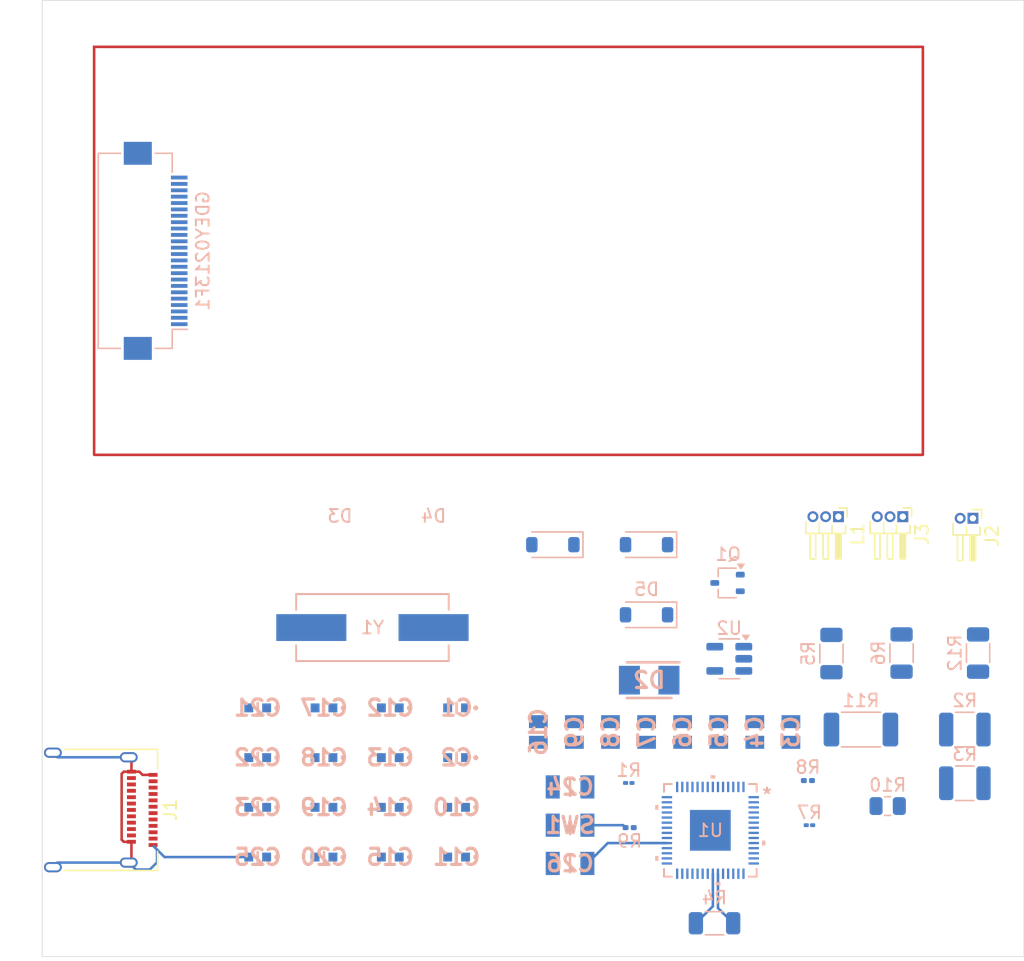
<source format=kicad_pcb>
(kicad_pcb (version 20240108) (generator "pcbnew") (generator_version "8.0")
  (layers (0 "F.Cu" signal) (31 "B.Cu" signal) (34 "B.Paste" user) (35 "F.Paste" user) (36 "B.SilkS" user "B.Silkscreen") (37 "F.SilkS" user "F.Silkscreen") (38 "B.Mask" user) (39 "F.Mask" user) (44 "Edge.Cuts" user))
  (net 0 "")
  (net 1 "GND")
  (net 2 "1.1V")
  (net 3 "3.3V")
  (net 4 "XIN")
  (net 5 "XOUT")
  (net 6 "VSYS")
  (net 7 "Net-(GDEY0213F1-VSPL)")
  (net 8 "Net-(GDEY0213F1-VDD_15V)")
  (net 9 "Net-(GDEY0213F1-VSP)")
  (net 10 "Net-(GDEY0213F1-VSN)")
  (net 11 "/PREVGL")
  (net 12 "Net-(GDEY0213F1-VCOM)")
  (net 13 "Net-(GDEY0213F1-VDD)")
  (net 14 "Net-(D3-K)")
  (net 15 "Net-(D5-A)")
  (net 16 "PREVGH")
  (net 17 "Net-(D2-A)")
  (net 18 "SDA")
  (net 19 "CS")
  (net 20 "SCL")
  (net 21 "RESE")
  (net 22 "RES")
  (net 25 "DC")
  (net 26 "GDR")
  (net 29 "BUSY")
  (net 31 "VBUS")
  (net 32 "Net-(J1-CC1)")
  (net 34 "USB_N")
  (net 35 "USB_P")
  (net 36 "Net-(J1-CC2)")
  (net 38 "RUN")
  (net 39 "SWCLK")
  (net 40 "SWDIO")
  (net 41 "Net-(U1-RUN)")
  (net 42 "Net-(U1-USB_DP)")
  (net 43 "Net-(U1-USB_DM)")
  (net 44 "Net-(U2-EN)")
  (net 45 "GPIO25")
  (net 46 "USB_BOOT")
  (net 47 "QSPI_CS")
  (net 52 "TARGET_TX")
  (net 54 "QSPI_SCK")
  (net 62 "TARGET_SWCLK")
  (net 63 "QSPI_SD1")
  (net 67 "QSPI_SD0")
  (net 75 "TARGET_SWDIO")
  (net 77 "TARGET_RX")
  (net 79 "QSPI_SD3")
  (net 81 "QSPI_SD2")
  (footprint "Connector_PinHeader_1.00mm:PinHeader_1x03_P1.00mm_Horizontal" (layer "F.Cu") (at 177.2164 109.613601 -90)
    (property "Reference" "L1" (at 1.375 -1.5 90) (layer "F.SilkS"))
    (property "Value" "47uH 500mA")
    (pad "1" thru_hole rect (at 0 0 270) (size 0.85 0.85) (drill 0.5) (layers "*.Cu" "*.Mask") (net 3 "3.3V"))
    (pad "2" thru_hole oval (at 0 1 270) (size 0.85 0.85) (drill 0.5) (layers "*.Cu" "*.Mask") (net 15 "Net-(D5-A)"))
    (pad "3" thru_hole oval (at 0 2 270) (size 0.85 0.85) (drill 0.5) (layers "*.Cu" "*.Mask"))
  )
  (footprint "Connector_USB:USB_C_Receptacle_Amphenol_12401610E4-2A" (layer "F.Cu") (at 118.4464 132.613601 -90)
    (property "Reference" "J1" (at 0 -6.36 90) (layer "F.SilkS"))
    (property "Value" "USB_C_Receptacle_USB2.0_16P")
    (pad "" np_thru_hole circle (at -3.6 -4.36 270) (size 0.65 0.65) (drill 0.65) (layers "*.Cu" "*.Mask"))
    (pad "" np_thru_hole oval (at 3.6 -4.36 270) (size 0.95 0.65) (drill oval 0.95 0.65) (layers "*.Cu" "*.Mask"))
    (pad "A1" smd rect (at -2.75 -5.02 270) (size 0.3 0.7) (layers "F.Cu" "F.Paste" "F.Mask") (net 1 "GND"))
    (pad "A2" smd rect (at -2.25 -5.02 270) (size 0.3 0.7) (layers "F.Cu" "F.Paste" "F.Mask"))
    (pad "A3" smd rect (at -1.75 -5.02 270) (size 0.3 0.7) (layers "F.Cu" "F.Paste" "F.Mask"))
    (pad "A4" smd rect (at -1.25 -5.02 270) (size 0.3 0.7) (layers "F.Cu" "F.Paste" "F.Mask") (net 31 "VBUS"))
    (pad "A5" smd rect (at -0.75 -5.02 270) (size 0.3 0.7) (layers "F.Cu" "F.Paste" "F.Mask") (net 32 "Net-(J1-CC1)"))
    (pad "A6" smd rect (at -0.25 -5.02 270) (size 0.3 0.7) (layers "F.Cu" "F.Paste" "F.Mask") (net 35 "USB_P"))
    (pad "A7" smd rect (at 0.25 -5.02 270) (size 0.3 0.7) (layers "F.Cu" "F.Paste" "F.Mask") (net 34 "USB_N"))
    (pad "A8" smd rect (at 0.75 -5.02 270) (size 0.3 0.7) (layers "F.Cu" "F.Paste" "F.Mask"))
    (pad "A9" smd rect (at 1.25 -5.02 270) (size 0.3 0.7) (layers "F.Cu" "F.Paste" "F.Mask") (net 31 "VBUS"))
    (pad "A10" smd rect (at 1.75 -5.02 270) (size 0.3 0.7) (layers "F.Cu" "F.Paste" "F.Mask"))
    (pad "A11" smd rect (at 2.25 -5.02 270) (size 0.3 0.7) (layers "F.Cu" "F.Paste" "F.Mask"))
    (pad "A12" smd rect (at 2.75 -5.02 270) (size 0.3 0.7) (layers "F.Cu" "F.Paste" "F.Mask") (net 1 "GND"))
    (pad "B1" smd rect (at 2.5 -3.32 270) (size 0.3 0.7) (layers "F.Cu" "F.Paste" "F.Mask") (net 1 "GND"))
    (pad "B2" smd rect (at 2 -3.32 270) (size 0.3 0.7) (layers "F.Cu" "F.Paste" "F.Mask"))
    (pad "B3" smd rect (at 1.5 -3.32 270) (size 0.3 0.7) (layers "F.Cu" "F.Paste" "F.Mask"))
    (pad "B4" smd rect (at 1 -3.32 270) (size 0.3 0.7) (layers "F.Cu" "F.Paste" "F.Mask") (net 31 "VBUS"))
    (pad "B5" smd rect (at 0.5 -3.32 270) (size 0.3 0.7) (layers "F.Cu" "F.Paste" "F.Mask") (net 36 "Net-(J1-CC2)"))
    (pad "B6" smd rect (at 0 -3.32 270) (size 0.3 0.7) (layers "F.Cu" "F.Paste" "F.Mask") (net 35 "USB_P"))
    (pad "B7" smd rect (at -0.5 -3.32 270) (size 0.3 0.7) (layers "F.Cu" "F.Paste" "F.Mask") (net 34 "USB_N"))
    (pad "B8" smd rect (at -1 -3.32 270) (size 0.3 0.7) (layers "F.Cu" "F.Paste" "F.Mask"))
    (pad "B9" smd rect (at -1.5 -3.32 270) (size 0.3 0.7) (layers "F.Cu" "F.Paste" "F.Mask") (net 31 "VBUS"))
    (pad "B10" smd rect (at -2 -3.32 270) (size 0.3 0.7) (layers "F.Cu" "F.Paste" "F.Mask"))
    (pad "B11" smd rect (at -2.5 -3.32 270) (size 0.3 0.7) (layers "F.Cu" "F.Paste" "F.Mask"))
    (pad "B12" smd rect (at -3 -3.32 270) (size 0.3 0.7) (layers "F.Cu" "F.Paste" "F.Mask") (net 1 "GND"))
    (pad "S1" thru_hole oval (at -4.49 2.84 270) (size 0.8 1.4) (drill oval 0.5 1.1) (layers "*.Cu" "*.Mask") (net 1 "GND"))
    (pad "S1" thru_hole oval (at -4.13 -3.11 270) (size 0.8 1.4) (drill oval 0.5 1.1) (layers "*.Cu" "*.Mask") (net 1 "GND"))
    (pad "S1" thru_hole oval (at 4.13 -3.11 270) (size 0.8 1.4) (drill oval 0.5 1.1) (layers "*.Cu" "*.Mask") (net 1 "GND"))
    (pad "S1" thru_hole oval (at 4.49 2.84 270) (size 0.8 1.4) (drill oval 0.5 1.1) (layers "*.Cu" "*.Mask") (net 1 "GND"))
  )
  (footprint "Connector_PinHeader_1.00mm:PinHeader_1x03_P1.00mm_Horizontal" (layer "F.Cu") (at 182.2664 109.613601 -90)
    (property "Reference" "J3" (at 1.375 -1.5 90) (layer "F.SilkS"))
    (property "Value" "Conn_01x03")
    (pad "1" thru_hole rect (at 0 0 270) (size 0.85 0.85) (drill 0.5) (layers "*.Cu" "*.Mask") (net 39 "SWCLK"))
    (pad "2" thru_hole oval (at 0 1 270) (size 0.85 0.85) (drill 0.5) (layers "*.Cu" "*.Mask") (net 1 "GND"))
    (pad "3" thru_hole oval (at 0 2 270) (size 0.85 0.85) (drill 0.5) (layers "*.Cu" "*.Mask") (net 40 "SWDIO"))
  )
  (footprint "Connector_PinHeader_1.00mm:PinHeader_1x02_P1.00mm_Horizontal" (layer "F.Cu") (at 187.7664 109.738601 -90)
    (property "Reference" "J2" (at 1.375 -1.5 90) (layer "F.SilkS"))
    (property "Value" "Conn_01x02")
    (pad "1" thru_hole rect (at 0 0 270) (size 0.85 0.85) (drill 0.5) (layers "*.Cu" "*.Mask") (net 38 "RUN"))
    (pad "2" thru_hole oval (at 0 1 270) (size 0.85 0.85) (drill 0.5) (layers "*.Cu" "*.Mask") (net 1 "GND"))
  )
  (footprint "Resistor_SMD:R_1206_3216Metric" (layer "B.Cu") (at 167.5 141.5 180)
    (property "Reference" "R4" (at 0 2 -0) (layer "B.SilkS") (effects (justify mirror)))
    (property "Value" "DNP")
    (pad "1" smd roundrect (at -1.4625 0 180) (size 1.125 1.75) (layers "B.Cu" "B.Paste" "B.Mask") (roundrect_rratio 0.222222) (net 4 "XIN"))
    (pad "2" smd roundrect (at 1.4625 0 180) (size 1.125 1.75) (layers "B.Cu" "B.Paste" "B.Mask") (roundrect_rratio 0.222222) (net 5 "XOUT"))
  )
  (footprint "MAJCT168BB7105KTEA01:MAJx16" (layer "B.Cu") (at 142.07 136.31 180)
    (property "Reference" "C15" (at 0 0 0) (layer "B.SilkS") (effects (font (size 1.27 1.27) (thickness 0.254)) (justify mirror)))
    (property "Value" "1uF" (hide yes))
    (pad "1" smd rect (at -0.7 0 180) (size 0.7 0.7) (layers "B.Cu" "B.Paste" "B.Mask") (net 3 "3.3V"))
    (pad "2" smd rect (at 0.7 0 180) (size 0.7 0.7) (layers "B.Cu" "B.Paste" "B.Mask") (net 1 "GND"))
  )
  (footprint "footprint:CAPC2012X94N" (layer "B.Cu") (at 167.83 126.5 90)
    (property "Reference" "C5" (at 0 0 90) (layer "B.SilkS") (effects (font (size 1.27 1.27) (thickness 0.254)) (justify mirror)))
    (property "Value" "0.1uF" (hide yes))
    (pad "1" smd rect (at -0.81 0 90) (size 1.02 1.47) (layers "B.Cu" "B.Paste" "B.Mask") (net 3 "3.3V"))
    (pad "2" smd rect (at 0.81 0 90) (size 1.02 1.47) (layers "B.Cu" "B.Paste" "B.Mask") (net 1 "GND"))
  )
  (footprint "MAJCT168BB7105KTEA01:MAJx16" (layer "B.Cu") (at 147.27 136.31 180)
    (property "Reference" "C11" (at 0 0 0) (layer "B.SilkS") (effects (font (size 1.27 1.27) (thickness 0.254)) (justify mirror)))
    (property "Value" "1uF" (hide yes))
    (pad "1" smd rect (at -0.7 0 180) (size 0.7 0.7) (layers "B.Cu" "B.Paste" "B.Mask") (net 2 "1.1V"))
    (pad "2" smd rect (at 0.7 0 180) (size 0.7 0.7) (layers "B.Cu" "B.Paste" "B.Mask") (net 1 "GND"))
  )
  (footprint "Connector_FFC-FPC:Hirose_FH12-24S-0.5SH_1x24-1MP_P0.50mm_Horizontal" (layer "B.Cu") (at 123.6664 88.763601 90)
    (property "Reference" "GDEY0213F1" (at 0 3.7 90) (layer "B.SilkS") (effects (justify mirror)))
    (property "Value" "~")
    (pad "1" smd rect (at -5.75 1.85 90) (size 0.3 1.3) (layers "B.Cu" "B.Paste" "B.Mask"))
    (pad "2" smd rect (at -5.25 1.85 90) (size 0.3 1.3) (layers "B.Cu" "B.Paste" "B.Mask") (net 26 "GDR"))
    (pad "3" smd rect (at -4.75 1.85 90) (size 0.3 1.3) (layers "B.Cu" "B.Paste" "B.Mask") (net 21 "RESE"))
    (pad "4" smd rect (at -4.25 1.85 90) (size 0.3 1.3) (layers "B.Cu" "B.Paste" "B.Mask"))
    (pad "5" smd rect (at -3.75 1.85 90) (size 0.3 1.3) (layers "B.Cu" "B.Paste" "B.Mask") (net 7 "Net-(GDEY0213F1-VSPL)"))
    (pad "6" smd rect (at -3.25 1.85 90) (size 0.3 1.3) (layers "B.Cu" "B.Paste" "B.Mask"))
    (pad "7" smd rect (at -2.75 1.85 90) (size 0.3 1.3) (layers "B.Cu" "B.Paste" "B.Mask"))
    (pad "8" smd rect (at -2.25 1.85 90) (size 0.3 1.3) (layers "B.Cu" "B.Paste" "B.Mask") (net 1 "GND"))
    (pad "9" smd rect (at -1.75 1.85 90) (size 0.3 1.3) (layers "B.Cu" "B.Paste" "B.Mask") (net 29 "BUSY"))
    (pad "10" smd rect (at -1.25 1.85 90) (size 0.3 1.3) (layers "B.Cu" "B.Paste" "B.Mask") (net 22 "RES"))
    (pad "11" smd rect (at -0.75 1.85 90) (size 0.3 1.3) (layers "B.Cu" "B.Paste" "B.Mask") (net 25 "DC"))
    (pad "12" smd rect (at -0.25 1.85 90) (size 0.3 1.3) (layers "B.Cu" "B.Paste" "B.Mask") (net 19 "CS"))
    (pad "13" smd rect (at 0.25 1.85 90) (size 0.3 1.3) (layers "B.Cu" "B.Paste" "B.Mask") (net 20 "SCL"))
    (pad "14" smd rect (at 0.75 1.85 90) (size 0.3 1.3) (layers "B.Cu" "B.Paste" "B.Mask") (net 18 "SDA"))
    (pad "15" smd rect (at 1.25 1.85 90) (size 0.3 1.3) (layers "B.Cu" "B.Paste" "B.Mask") (net 13 "Net-(GDEY0213F1-VDD)"))
    (pad "16" smd rect (at 1.75 1.85 90) (size 0.3 1.3) (layers "B.Cu" "B.Paste" "B.Mask") (net 13 "Net-(GDEY0213F1-VDD)"))
    (pad "17" smd rect (at 2.25 1.85 90) (size 0.3 1.3) (layers "B.Cu" "B.Paste" "B.Mask") (net 1 "GND"))
    (pad "18" smd rect (at 2.75 1.85 90) (size 0.3 1.3) (layers "B.Cu" "B.Paste" "B.Mask") (net 8 "Net-(GDEY0213F1-VDD_15V)"))
    (pad "19" smd rect (at 3.25 1.85 90) (size 0.3 1.3) (layers "B.Cu" "B.Paste" "B.Mask"))
    (pad "20" smd rect (at 3.75 1.85 90) (size 0.3 1.3) (layers "B.Cu" "B.Paste" "B.Mask") (net 9 "Net-(GDEY0213F1-VSP)"))
    (pad "21" smd rect (at 4.25 1.85 90) (size 0.3 1.3) (layers "B.Cu" "B.Paste" "B.Mask") (net 16 "PREVGH"))
    (pad "22" smd rect (at 4.75 1.85 90) (size 0.3 1.3) (layers "B.Cu" "B.Paste" "B.Mask") (net 10 "Net-(GDEY0213F1-VSN)"))
    (pad "23" smd rect (at 5.25 1.85 90) (size 0.3 1.3) (layers "B.Cu" "B.Paste" "B.Mask") (net 11 "/PREVGL"))
    (pad "24" smd rect (at 5.75 1.85 90) (size 0.3 1.3) (layers "B.Cu" "B.Paste" "B.Mask") (net 12 "Net-(GDEY0213F1-VCOM)"))
    (pad "MP" smd rect (at -7.65 -1.4 90) (size 1.8 2.2) (layers "B.Cu" "B.Paste" "B.Mask"))
    (pad "MP" smd rect (at 7.65 -1.4 90) (size 1.8 2.2) (layers "B.Cu" "B.Paste" "B.Mask"))
  )
  (footprint "Resistor_SMD:R_0201_0603Metric" (layer "B.Cu") (at 160.845 134)
    (property "Reference" "R9" (at 0 1.05 360) (layer "B.SilkS") (effects (justify mirror)))
    (property "Value" "1k")
    (pad "1" smd roundrect (at -0.32 0) (size 0.46 0.4) (layers "B.Cu" "B.Mask") (net 46 "USB_BOOT"))
    (pad "2" smd roundrect (at 0.32 0) (size 0.46 0.4) (layers "B.Cu" "B.Mask") (net 47 "QSPI_CS"))
  )
  (footprint "MAJCT168BB7105KTEA01:MAJx16" (layer "B.Cu") (at 136.87 124.61 180)
    (property "Reference" "C17" (at 0 0 0) (layer "B.SilkS") (effects (font (size 1.27 1.27) (thickness 0.254)) (justify mirror)))
    (property "Value" "1uF" (hide yes))
    (pad "1" smd rect (at -0.7 0 180) (size 0.7 0.7) (layers "B.Cu" "B.Paste" "B.Mask") (net 1 "GND"))
    (pad "2" smd rect (at 0.7 0 180) (size 0.7 0.7) (layers "B.Cu" "B.Paste" "B.Mask") (net 7 "Net-(GDEY0213F1-VSPL)"))
  )
  (footprint "footprint:CAPC2012X94N" (layer "B.Cu") (at 159.34 126.5 90)
    (property "Reference" "C8" (at 0 0 90) (layer "B.SilkS") (effects (font (size 1.27 1.27) (thickness 0.254)) (justify mirror)))
    (property "Value" "0.1uF" (hide yes))
    (pad "1" smd rect (at -0.81 0 90) (size 1.02 1.47) (layers "B.Cu" "B.Paste" "B.Mask") (net 3 "3.3V"))
    (pad "2" smd rect (at 0.81 0 90) (size 1.02 1.47) (layers "B.Cu" "B.Paste" "B.Mask") (net 1 "GND"))
  )
  (footprint "MAJCT168BB7105KTEA01:MAJx16" (layer "B.Cu") (at 147.27 132.41 180)
    (property "Reference" "C10" (at 0 0 0) (layer "B.SilkS") (effects (font (size 1.27 1.27) (thickness 0.254)) (justify mirror)))
    (property "Value" "1uF" (hide yes))
    (pad "1" smd rect (at -0.7 0 180) (size 0.7 0.7) (layers "B.Cu" "B.Paste" "B.Mask") (net 2 "1.1V"))
    (pad "2" smd rect (at 0.7 0 180) (size 0.7 0.7) (layers "B.Cu" "B.Paste" "B.Mask") (net 1 "GND"))
  )
  (footprint "GMK316AB7475KLHT:CAPC3216X180N" (layer "B.Cu") (at 156.17 133.81 180)
    (property "Reference" "SW1" (at 0 0 0) (layer "B.SilkS") (effects (font (size 1.27 1.27) (thickness 0.254)) (justify mirror)))
    (property "Value" "SW_Push" (hide yes))
    (pad "1" smd rect (at -1.36 0 180) (size 1.1 1.82) (layers "B.Cu" "B.Paste" "B.Mask") (net 46 "USB_BOOT"))
    (pad "2" smd rect (at 1.36 0 180) (size 1.1 1.82) (layers "B.Cu" "B.Paste" "B.Mask") (net 1 "GND"))
  )
  (footprint "MAJCT168BB7105KTEA01:MAJx16" (layer "B.Cu") (at 147.27 124.61 180)
    (property "Reference" "C1" (at 0 0 0) (layer "B.SilkS") (effects (font (size 1.27 1.27) (thickness 0.254)) (justify mirror)))
    (property "Value" "1uF" (hide yes))
    (pad "1" smd rect (at -0.7 0 180) (size 0.7 0.7) (layers "B.Cu" "B.Paste" "B.Mask") (net 2 "1.1V"))
    (pad "2" smd rect (at 0.7 0 180) (size 0.7 0.7) (layers "B.Cu" "B.Paste" "B.Mask") (net 1 "GND"))
  )
  (footprint "footprint:CAPC2012X94N" (layer "B.Cu") (at 156.51 126.5 90)
    (property "Reference" "C9" (at 0 0 90) (layer "B.SilkS") (effects (font (size 1.27 1.27) (thickness 0.254)) (justify mirror)))
    (property "Value" "0.1uF" (hide yes))
    (pad "1" smd rect (at -0.81 0 90) (size 1.02 1.47) (layers "B.Cu" "B.Paste" "B.Mask") (net 3 "3.3V"))
    (pad "2" smd rect (at 0.81 0 90) (size 1.02 1.47) (layers "B.Cu" "B.Paste" "B.Mask") (net 1 "GND"))
  )
  (footprint "MAJCT168BB7105KTEA01:MAJx16" (layer "B.Cu") (at 131.67 132.41 180)
    (property "Reference" "C23" (at 0 0 0) (layer "B.SilkS") (effects (font (size 1.27 1.27) (thickness 0.254)) (justify mirror)))
    (property "Value" "1uF" (hide yes))
    (pad "1" smd rect (at -0.7 0 180) (size 0.7 0.7) (layers "B.Cu" "B.Paste" "B.Mask") (net 1 "GND"))
    (pad "2" smd rect (at 0.7 0 180) (size 0.7 0.7) (layers "B.Cu" "B.Paste" "B.Mask") (net 13 "Net-(GDEY0213F1-VDD)"))
  )
  (footprint "footprint:CAPC2012X94N" (layer "B.Cu") (at 153.68 126.5 90)
    (property "Reference" "C16" (at 0 0 90) (layer "B.SilkS") (effects (font (size 1.27 1.27) (thickness 0.254)) (justify mirror)))
    (property "Value" "0.1uF" (hide yes))
    (pad "1" smd rect (at -0.81 0 90) (size 1.02 1.47) (layers "B.Cu" "B.Paste" "B.Mask") (net 3 "3.3V"))
    (pad "2" smd rect (at 0.81 0 90) (size 1.02 1.47) (layers "B.Cu" "B.Paste" "B.Mask") (net 1 "GND"))
  )
  (footprint "Package_TO_SOT_SMD:SOT-323_SC-70" (layer "B.Cu") (at 168.52 114.81 180)
    (property "Reference" "Q1" (at -0.05 2.25 0) (layer "B.SilkS") (effects (justify mirror)))
    (property "Value" "Si1308EDL")
    (pad "1" smd roundrect (at -1 0.65 270) (size 0.45 0.7) (layers "B.Cu" "B.Paste" "B.Mask") (net 26 "GDR"))
    (pad "2" smd roundrect (at -1 -0.65 270) (size 0.45 0.7) (layers "B.Cu" "B.Paste" "B.Mask") (net 21 "RESE"))
    (pad "3" smd roundrect (at 1 0 270) (size 0.45 0.7) (layers "B.Cu" "B.Paste" "B.Mask") (net 15 "Net-(D5-A)"))
  )
  (footprint "Resistor_SMD:R_1210_3225Metric" (layer "B.Cu") (at 187.1325 130.52 180)
    (property "Reference" "R3" (at 0 2.28 0) (layer "B.SilkS") (effects (justify mirror)))
    (property "Value" "27")
    (pad "1" smd roundrect (at -1.4625 0 180) (size 1.125 2.65) (layers "B.Cu" "B.Paste" "B.Mask") (roundrect_rratio 0.222222) (net 34 "USB_N"))
    (pad "2" smd roundrect (at 1.4625 0 180) (size 1.125 2.65) (layers "B.Cu" "B.Paste" "B.Mask") (roundrect_rratio 0.222222) (net 43 "Net-(U1-USB_DM)"))
  )
  (footprint "footprint:CAPC2012X94N" (layer "B.Cu") (at 173.49 126.5 90)
    (property "Reference" "C3" (at 0 0 90) (layer "B.SilkS") (effects (font (size 1.27 1.27) (thickness 0.254)) (justify mirror)))
    (property "Value" "0.1uF" (hide yes))
    (pad "1" smd rect (at -0.81 0 90) (size 1.02 1.47) (layers "B.Cu" "B.Paste" "B.Mask") (net 3 "3.3V"))
    (pad "2" smd rect (at 0.81 0 90) (size 1.02 1.47) (layers "B.Cu" "B.Paste" "B.Mask") (net 1 "GND"))
  )
  (footprint "footprint:CAPC2012X94N" (layer "B.Cu") (at 162.17 126.5 90)
    (property "Reference" "C7" (at 0 0 90) (layer "B.SilkS") (effects (font (size 1.27 1.27) (thickness 0.254)) (justify mirror)))
    (property "Value" "0.1uF" (hide yes))
    (pad "1" smd rect (at -0.81 0 90) (size 1.02 1.47) (layers "B.Cu" "B.Paste" "B.Mask") (net 3 "3.3V"))
    (pad "2" smd rect (at 0.81 0 90) (size 1.02 1.47) (layers "B.Cu" "B.Paste" "B.Mask") (net 1 "GND"))
  )
  (footprint "Diode_SMD:D_SOD-123" (layer "B.Cu") (at 154.82 111.81 180)
    (property "Reference" "D3" (at 16.7 2.25 0) (layer "B.SilkS") (effects (justify mirror)))
    (property "Value" "MBR0530")
    (pad "1" smd roundrect (at -1.65 0 180) (size 0.9 1.2) (layers "B.Cu" "B.Paste" "B.Mask") (net 14 "Net-(D3-K)"))
    (pad "2" smd roundrect (at 1.65 0 180) (size 0.9 1.2) (layers "B.Cu" "B.Paste" "B.Mask") (net 11 "/PREVGL"))
  )
  (footprint "FC4SDCBMF12.0-T1:CRYSTAL_HC49SDLF_FXT" (layer "B.Cu") (at 140.67 118.31 180)
    (property "Reference" "Y1" (at 0 0 0) (layer "B.SilkS") (effects (justify mirror)))
    (property "Value" "12MHz")
    (pad "1" smd rect (at -4.79425 0 180) (size 5.4991 2.1082) (layers "B.Cu" "B.Paste" "B.Mask") (net 4 "XIN"))
    (pad "2" smd rect (at 4.79425 0 180) (size 5.4991 2.1082) (layers "B.Cu" "B.Paste" "B.Mask") (net 5 "XOUT"))
  )
  (footprint "MAJCT168BB7105KTEA01:MAJx16" (layer "B.Cu") (at 142.07 124.61 180)
    (property "Reference" "C12" (at 0 0 0) (layer "B.SilkS") (effects (font (size 1.27 1.27) (thickness 0.254)) (justify mirror)))
    (property "Value" "27pF" (hide yes))
    (pad "1" smd rect (at -0.7 0 180) (size 0.7 0.7) (layers "B.Cu" "B.Paste" "B.Mask") (net 4 "XIN"))
    (pad "2" smd rect (at 0.7 0 180) (size 0.7 0.7) (layers "B.Cu" "B.Paste" "B.Mask") (net 1 "GND"))
  )
  (footprint "MAJCT168BB7105KTEA01:MAJx16" (layer "B.Cu") (at 131.67 124.61 180)
    (property "Reference" "C21" (at 0 0 0) (layer "B.SilkS") (effects (font (size 1.27 1.27) (thickness 0.254)) (justify mirror)))
    (property "Value" "1uF" (hide yes))
    (pad "1" smd rect (at -0.7 0 180) (size 0.7 0.7) (layers "B.Cu" "B.Paste" "B.Mask") (net 1 "GND"))
    (pad "2" smd rect (at 0.7 0 180) (size 0.7 0.7) (layers "B.Cu" "B.Paste" "B.Mask") (net 11 "/PREVGL"))
  )
  (footprint "MAJCT168BB7105KTEA01:MAJx16" (layer "B.Cu") (at 142.07 132.41 180)
    (property "Reference" "C14" (at 0 0 0) (layer "B.SilkS") (effects (font (size 1.27 1.27) (thickness 0.254)) (justify mirror)))
    (property "Value" "1uF" (hide yes))
    (pad "1" smd rect (at -0.7 0 180) (size 0.7 0.7) (layers "B.Cu" "B.Paste" "B.Mask") (net 1 "GND"))
    (pad "2" smd rect (at 0.7 0 180) (size 0.7 0.7) (layers "B.Cu" "B.Paste" "B.Mask") (net 6 "VSYS"))
  )
  (footprint "Resistor_SMD:R_1206_3216Metric" (layer "B.Cu") (at 176.67 120.3475 -90)
    (property "Reference" "R5" (at 0 1.82 90) (layer "B.SilkS") (effects (justify mirror)))
    (property "Value" "5k1")
    (pad "1" smd roundrect (at -1.4625 0 270) (size 1.125 1.75) (layers "B.Cu" "B.Paste" "B.Mask") (roundrect_rratio 0.222222) (net 32 "Net-(J1-CC1)"))
    (pad "2" smd roundrect (at 1.4625 0 270) (size 1.125 1.75) (layers "B.Cu" "B.Paste" "B.Mask") (roundrect_rratio 0.222222) (net 1 "GND"))
  )
  (footprint "Resistor_SMD:R_01005_0402Metric" (layer "B.Cu") (at 160.775 130.5 180)
    (property "Reference" "R1" (at 0 1 0) (layer "B.SilkS") (effects (justify mirror)))
    (property "Value" "10k")
    (pad "1" smd roundrect (at -0.25 0 180) (size 0.4 0.3) (layers "B.Cu" "B.Mask") (net 3 "3.3V"))
    (pad "2" smd roundrect (at 0.25 0 180) (size 0.4 0.3) (layers "B.Cu" "B.Mask") (net 41 "Net-(U1-RUN)"))
  )
  (footprint "MAJCT168BB7105KTEA01:MAJx16" (layer "B.Cu") (at 131.67 136.31 180)
    (property "Reference" "C25" (at 0 0 0) (layer "B.SilkS") (effects (font (size 1.27 1.27) (thickness 0.254)) (justify mirror)))
    (property "Value" "1uF" (hide yes))
    (pad "1" smd rect (at -0.7 0 180) (size 0.7 0.7) (layers "B.Cu" "B.Paste" "B.Mask") (net 16 "PREVGH"))
    (pad "2" smd rect (at 0.7 0 180) (size 0.7 0.7) (layers "B.Cu" "B.Paste" "B.Mask") (net 1 "GND"))
  )
  (footprint "Resistor_SMD:R_01005_0402Metric" (layer "B.Cu") (at 174.945 133.81 180)
    (property "Reference" "R7" (at 0 1 0) (layer "B.SilkS") (effects (justify mirror)))
    (property "Value" "10k")
    (pad "1" smd roundrect (at -0.25 0 180) (size 0.4 0.3) (layers "B.Cu" "B.Mask") (net 6 "VSYS"))
    (pad "2" smd roundrect (at 0.25 0 180) (size 0.4 0.3) (layers "B.Cu" "B.Mask") (net 44 "Net-(U2-EN)"))
  )
  (footprint "Diode_SMD:D_SOD-123" (layer "B.Cu") (at 162.17 117.31 180)
    (property "Reference" "D5" (at 0 2 0) (layer "B.SilkS") (effects (justify mirror)))
    (property "Value" "MBR0530")
    (pad "1" smd roundrect (at -1.65 0 180) (size 0.9 1.2) (layers "B.Cu" "B.Paste" "B.Mask") (net 16 "PREVGH"))
    (pad "2" smd roundrect (at 1.65 0 180) (size 0.9 1.2) (layers "B.Cu" "B.Paste" "B.Mask") (net 15 "Net-(D5-A)"))
  )
  (footprint "GMK316AB7475KLHT:CAPC3216X180N" (layer "B.Cu") (at 156.17 130.81 180)
    (property "Reference" "C24" (at 0 0 0) (layer "B.SilkS") (effects (font (size 1.27 1.27) (thickness 0.254)) (justify mirror)))
    (property "Value" "4.7uF" (hide yes))
    (pad "1" smd rect (at -1.36 0 180) (size 1.1 1.82) (layers "B.Cu" "B.Paste" "B.Mask") (net 14 "Net-(D3-K)"))
    (pad "2" smd rect (at 1.36 0 180) (size 1.1 1.82) (layers "B.Cu" "B.Paste" "B.Mask") (net 15 "Net-(D5-A)"))
  )
  (footprint "Resistor_SMD:R_2010_5025Metric" (layer "B.Cu") (at 178.9825 126.31 180)
    (property "Reference" "R11" (at 0 2.28 0) (layer "B.SilkS") (effects (justify mirror)))
    (property "Value" "1M")
    (pad "1" smd roundrect (at -2.3125 0 180) (size 1.225 2.65) (layers "B.Cu" "B.Paste" "B.Mask") (roundrect_rratio 0.204082) (net 26 "GDR"))
    (pad "2" smd roundrect (at 2.3125 0 180) (size 1.225 2.65) (layers "B.Cu" "B.Paste" "B.Mask") (roundrect_rratio 0.204082) (net 1 "GND"))
  )
  (footprint "Resistor_SMD:R_0805_2012Metric" (layer "B.Cu") (at 181.0825 132.31 180)
    (property "Reference" "R10" (at 0 1.65 0) (layer "B.SilkS") (effects (justify mirror)))
    (property "Value" "10k")
    (pad "1" smd roundrect (at -0.9125 0 180) (size 1.025 1.4) (layers "B.Cu" "B.Paste" "B.Mask") (roundrect_rratio 0.243902) (net 3 "3.3V"))
    (pad "2" smd roundrect (at 0.9125 0 180) (size 1.025 1.4) (layers "B.Cu" "B.Paste" "B.Mask") (roundrect_rratio 0.243902) (net 47 "QSPI_CS"))
  )
  (footprint "MAJCT168BB7105KTEA01:MAJx16" (layer "B.Cu") (at 136.87 128.51 180)
    (property "Reference" "C18" (at 0 0 0) (layer "B.SilkS") (effects (font (size 1.27 1.27) (thickness 0.254)) (justify mirror)))
    (property "Value" "1uF" (hide yes))
    (pad "1" smd rect (at -0.7 0 180) (size 0.7 0.7) (layers "B.Cu" "B.Paste" "B.Mask") (net 1 "GND"))
    (pad "2" smd rect (at 0.7 0 180) (size 0.7 0.7) (layers "B.Cu" "B.Paste" "B.Mask") (net 8 "Net-(GDEY0213F1-VDD_15V)"))
  )
  (footprint "MAJCT168BB7105KTEA01:MAJx16" (layer "B.Cu") (at 147.27 128.51 180)
    (property "Reference" "C2" (at 0 0 0) (layer "B.SilkS") (effects (font (size 1.27 1.27) (thickness 0.254)) (justify mirror)))
    (property "Value" "1uF" (hide yes))
    (pad "1" smd rect (at -0.7 0 180) (size 0.7 0.7) (layers "B.Cu" "B.Paste" "B.Mask") (net 3 "3.3V"))
    (pad "2" smd rect (at 0.7 0 180) (size 0.7 0.7) (layers "B.Cu" "B.Paste" "B.Mask") (net 1 "GND"))
  )
  (footprint "Resistor_SMD:R_1206_3216Metric" (layer "B.Cu") (at 182.17 120.31 -90)
    (property "Reference" "R6" (at 0 1.82 90) (layer "B.SilkS") (effects (justify mirror)))
    (property "Value" "5k1")
    (pad "1" smd roundrect (at -1.4625 0 270) (size 1.125 1.75) (layers "B.Cu" "B.Paste" "B.Mask") (roundrect_rratio 0.222222) (net 36 "Net-(J1-CC2)"))
    (pad "2" smd roundrect (at 1.4625 0 270) (size 1.125 1.75) (layers "B.Cu" "B.Paste" "B.Mask") (roundrect_rratio 0.222222) (net 1 "GND"))
  )
  (footprint "VLMC3100-GS08:LEDM3528X185N" (layer "B.Cu") (at 162.375 122.435 180)
    (property "Reference" "D2" (at 0 0 0) (layer "B.SilkS") (effects (font (size 1.27 1.27) (thickness 0.254)) (justify mirror)))
    (property "Value" "PWRLED" (hide yes))
    (pad "1" smd rect (at -1.55 0 180) (size 1.65 2.25) (layers "B.Cu" "B.Paste" "B.Mask") (net 1 "GND"))
    (pad "2" smd rect (at 1.55 0 180) (size 1.65 2.25) (layers "B.Cu" "B.Paste" "B.Mask") (net 17 "Net-(D2-A)"))
  )
  (footprint "RP2040:IC57_RP2040" (layer "B.Cu") (at 167.17 134.2136 180)
    (property "Reference" "U1" (at 0 0 0) (layer "B.SilkS") (effects (justify mirror)))
    (property "Value" "RP2040")
    (fp_text user "*" (at -4.445 2.8 0) (layer "B.SilkS") (effects (justify mirror)))
    (fp_text user "*" (at -4.445 2.8 0) (layer "B.SilkS") (effects (justify mirror)))
    (pad "1" smd rect (at -3.4036 2.6 90) (size 0.1778 0.8128) (layers "B.Cu" "B.Paste" "B.Mask") (net 3 "3.3V"))
    (pad "2" smd rect (at -3.4036 2.200001 90) (size 0.1778 0.8128) (layers "B.Cu" "B.Paste" "B.Mask"))
    (pad "3" smd rect (at -3.4036 1.799999 90) (size 0.1778 0.8128) (layers "B.Cu" "B.Paste" "B.Mask"))
    (pad "4" smd rect (at -3.4036 1.4 90) (size 0.1778 0.8128) (layers "B.Cu" "B.Paste" "B.Mask") (net 62 "TARGET_SWCLK"))
    (pad "5" smd rect (at -3.4036 1.000001 90) (size 0.1778 0.8128) (layers "B.Cu" "B.Paste" "B.Mask") (net 75 "TARGET_SWDIO"))
    (pad "6" smd rect (at -3.4036 0.599999 90) (size 0.1778 0.8128) (layers "B.Cu" "B.Paste" "B.Mask") (net 77 "TARGET_RX"))
    (pad "7" smd rect (at -3.4036 0.2 90) (size 0.1778 0.8128) (layers "B.Cu" "B.Paste" "B.Mask") (net 52 "TARGET_TX"))
    (pad "8" smd rect (at -3.4036 -0.2 90) (size 0.1778 0.8128) (layers "B.Cu" "B.Paste" "B.Mask"))
    (pad "9" smd rect (at -3.4036 -0.599999 90) (size 0.1778 0.8128) (layers "B.Cu" "B.Paste" "B.Mask"))
    (pad "10" smd rect (at -3.4036 -1.000001 90) (size 0.1778 0.8128) (layers "B.Cu" "B.Paste" "B.Mask") (net 3 "3.3V"))
    (pad "11" smd rect (at -3.4036 -1.4 90) (size 0.1778 0.8128) (layers "B.Cu" "B.Paste" "B.Mask"))
    (pad "12" smd rect (at -3.4036 -1.799999 90) (size 0.1778 0.8128) (layers "B.Cu" "B.Paste" "B.Mask"))
    (pad "13" smd rect (at -3.4036 -2.200001 90) (size 0.1778 0.8128) (layers "B.Cu" "B.Paste" "B.Mask"))
    (pad "14" smd rect (at -3.4036 -2.6 90) (size 0.1778 0.8128) (layers "B.Cu" "B.Paste" "B.Mask"))
    (pad "15" smd rect (at -2.6 -3.4036 180) (size 0.1778 0.8128) (layers "B.Cu" "B.Paste" "B.Mask"))
    (pad "16" smd rect (at -2.200001 -3.4036 180) (size 0.1778 0.8128) (layers "B.Cu" "B.Paste" "B.Mask"))
    (pad "17" smd rect (at -1.799999 -3.4036 180) (size 0.1778 0.8128) (layers "B.Cu" "B.Paste" "B.Mask"))
    (pad "18" smd rect (at -1.4 -3.4036 180) (size 0.1778 0.8128) (layers "B.Cu" "B.Paste" "B.Mask"))
    (pad "19" smd rect (at -1.000001 -3.4036 180) (size 0.1778 0.8128) (layers "B.Cu" "B.Paste" "B.Mask") (net 1 "GND"))
    (pad "20" smd rect (at -0.599999 -3.4036 180) (size 0.1778 0.8128) (layers "B.Cu" "B.Paste" "B.Mask") (net 4 "XIN"))
    (pad "21" smd rect (at -0.2 -3.4036 180) (size 0.1778 0.8128) (layers "B.Cu" "B.Paste" "B.Mask") (net 5 "XOUT"))
    (pad "22" smd rect (at 0.2 -3.4036 180) (size 0.1778 0.8128) (layers "B.Cu" "B.Paste" "B.Mask") (net 3 "3.3V"))
    (pad "23" smd rect (at 0.599999 -3.4036 180) (size 0.1778 0.8128) (layers "B.Cu" "B.Paste" "B.Mask") (net 2 "1.1V"))
    (pad "24" smd rect (at 1.000001 -3.4036 180) (size 0.1778 0.8128) (layers "B.Cu" "B.Paste" "B.Mask") (net 39 "SWCLK"))
    (pad "25" smd rect (at 1.4 -3.4036 180) (size 0.1778 0.8128) (layers "B.Cu" "B.Paste" "B.Mask") (net 40 "SWDIO"))
    (pad "26" smd rect (at 1.799999 -3.4036 180) (size 0.1778 0.8128) (layers "B.Cu" "B.Paste" "B.Mask") (net 41 "Net-(U1-RUN)"))
    (pad "27" smd rect (at 2.200001 -3.4036 180) (size 0.1778 0.8128) (layers "B.Cu" "B.Paste" "B.Mask"))
    (pad "28" smd rect (at 2.6 -3.4036 180) (size 0.1778 0.8128) (layers "B.Cu" "B.Paste" "B.Mask"))
    (pad "29" smd rect (at 3.4036 -2.6 90) (size 0.1778 0.8128) (layers "B.Cu" "B.Paste" "B.Mask"))
    (pad "30" smd rect (at 3.4036 -2.200001 90) (size 0.1778 0.8128) (layers "B.Cu" "B.Paste" "B.Mask"))
    (pad "31" smd rect (at 3.4036 -1.799999 90) (size 0.1778 0.8128) (layers "B.Cu" "B.Paste" "B.Mask"))
    (pad "32" smd rect (at 3.4036 -1.4 90) (size 0.1778 0.8128) (layers "B.Cu" "B.Paste" "B.Mask"))
    (pad "33" smd rect (at 3.4036 -1.000001 90) (size 0.1778 0.8128) (layers "B.Cu" "B.Paste" "B.Mask") (net 3 "3.3V"))
    (pad "34" smd rect (at 3.4036 -0.599999 90) (size 0.1778 0.8128) (layers "B.Cu" "B.Paste" "B.Mask"))
    (pad "35" smd rect (at 3.4036 -0.2 90) (size 0.1778 0.8128) (layers "B.Cu" "B.Paste" "B.Mask"))
    (pad "36" smd rect (at 3.4036 0.2 90) (size 0.1778 0.8128) (layers "B.Cu" "B.Paste" "B.Mask"))
    (pad "37" smd rect (at 3.4036 0.599999 90) (size 0.1778 0.8128) (layers "B.Cu" "B.Paste" "B.Mask") (net 45 "GPIO25"))
    (pad "38" smd rect (at 3.4036 1.000001 90) (size 0.1778 0.8128) (layers "B.Cu" "B.Paste" "B.Mask"))
    (pad "39" smd rect (at 3.4036 1.4 90) (size 0.1778 0.8128) (layers "B.Cu" "B.Paste" "B.Mask"))
    (pad "40" smd rect (at 3.4036 1.799999 90) (size 0.1778 0.8128) (layers "B.Cu" "B.Paste" "B.Mask"))
    (pad "41" smd rect (at 3.4036 2.200001 90) (size 0.1778 0.8128) (layers "B.Cu" "B.Paste" "B.Mask"))
    (pad "42" smd rect (at 3.4036 2.6 90) (size 0.1778 0.8128) (layers "B.Cu" "B.Paste" "B.Mask") (net 3 "3.3V"))
    (pad "43" smd rect (at 2.6 3.4036 180) (size 0.1778 0.8128) (layers "B.Cu" "B.Paste" "B.Mask") (net 3 "3.3V"))
    (pad "44" smd rect (at 2.200001 3.4036 180) (size 0.1778 0.8128) (layers "B.Cu" "B.Paste" "B.Mask") (net 3 "3.3V"))
    (pad "45" smd rect (at 1.799999 3.4036 180) (size 0.1778 0.8128) (layers "B.Cu" "B.Paste" "B.Mask") (net 2 "1.1V"))
    (pad "46" smd rect (at 1.4 3.4036 180) (size 0.1778 0.8128) (layers "B.Cu" "B.Paste" "B.Mask") (net 43 "Net-(U1-USB_DM)"))
    (pad "47" smd rect (at 1.000001 3.4036 180) (size 0.1778 0.8128) (layers "B.Cu" "B.Paste" "B.Mask") (net 42 "Net-(U1-USB_DP)"))
    (pad "48" smd rect (at 0.599999 3.4036 180) (size 0.1778 0.8128) (layers "B.Cu" "B.Paste" "B.Mask") (net 3 "3.3V"))
    (pad "49" smd rect (at 0.2 3.4036 180) (size 0.1778 0.8128) (layers "B.Cu" "B.Paste" "B.Mask") (net 3 "3.3V"))
    (pad "50" smd rect (at -0.2 3.4036 180) (size 0.1778 0.8128) (layers "B.Cu" "B.Paste" "B.Mask") (net 2 "1.1V"))
    (pad "51" smd rect (at -0.599999 3.4036 180) (size 0.1778 0.8128) (layers "B.Cu" "B.Paste" "B.Mask") (net 79 "QSPI_SD3"))
    (pad "52" smd rect (at -1.000001 3.4036 180) (size 0.1778 0.8128) (layers "B.Cu" "B.Paste" "B.Mask") (net 54 "QSPI_SCK"))
    (pad "53" smd rect (at -1.4 3.4036 180) (size 0.1778 0.8128) (layers "B.Cu" "B.Paste" "B.Mask") (net 67 "QSPI_SD0"))
    (pad "54" smd rect (at -1.799999 3.4036 180) (size 0.1778 0.8128) (layers "B.Cu" "B.Paste" "B.Mask") (net 81 "QSPI_SD2"))
    (pad "55" smd rect (at -2.200001 3.4036 180) (size 0.1778 0.8128) (layers "B.Cu" "B.Paste" "B.Mask") (net 63 "QSPI_SD1"))
    (pad "56" smd rect (at -2.6 3.4036 180) (size 0.1778 0.8128) (layers "B.Cu" "B.Paste" "B.Mask") (net 47 "QSPI_CS"))
    (pad "57" smd rect (at 0 0 180) (size 3.2004 3.2004) (layers "B.Cu" "B.Paste" "B.Mask") (net 1 "GND"))
  )
  (footprint "MAJCT168BB7105KTEA01:MAJx16" (layer "B.Cu") (at 142.07 128.51 180)
    (property "Reference" "C13" (at 0 0 0) (layer "B.SilkS") (effects (font (size 1.27 1.27) (thickness 0.254)) (justify mirror)))
    (property "Value" "27pF" (hide yes))
    (pad "1" smd rect (at -0.7 0 180) (size 0.7 0.7) (layers "B.Cu" "B.Paste" "B.Mask") (net 5 "XOUT"))
    (pad "2" smd rect (at 0.7 0 180) (size 0.7 0.7) (layers "B.Cu" "B.Paste" "B.Mask") (net 1 "GND"))
  )
  (footprint "footprint:CAPC2012X94N" (layer "B.Cu") (at 165 126.5 90)
    (property "Reference" "C6" (at 0 0 90) (layer "B.SilkS") (effects (font (size 1.27 1.27) (thickness 0.254)) (justify mirror)))
    (property "Value" "0.1uF" (hide yes))
    (pad "1" smd rect (at -0.81 0 90) (size 1.02 1.47) (layers "B.Cu" "B.Paste" "B.Mask") (net 3 "3.3V"))
    (pad "2" smd rect (at 0.81 0 90) (size 1.02 1.47) (layers "B.Cu" "B.Paste" "B.Mask") (net 1 "GND"))
  )
  (footprint "GMK316AB7475KLHT:CAPC3216X180N" (layer "B.Cu") (at 156.17 136.81 180)
    (property "Reference" "C26" (at 0 0 0) (layer "B.SilkS") (effects (font (size 1.27 1.27) (thickness 0.254)) (justify mirror)))
    (property "Value" "4.7uF" (hide yes))
    (pad "1" smd rect (at -1.36 0 180) (size 1.1 1.82) (layers "B.Cu" "B.Paste" "B.Mask") (net 3 "3.3V"))
    (pad "2" smd rect (at 1.36 0 180) (size 1.1 1.82) (layers "B.Cu" "B.Paste" "B.Mask") (net 1 "GND"))
  )
  (footprint "MAJCT168BB7105KTEA01:MAJx16" (layer "B.Cu") (at 136.87 132.41 180)
    (property "Reference" "C19" (at 0 0 0) (layer "B.SilkS") (effects (font (size 1.27 1.27) (thickness 0.254)) (justify mirror)))
    (property "Value" "1uF" (hide yes))
    (pad "1" smd rect (at -0.7 0 180) (size 0.7 0.7) (layers "B.Cu" "B.Paste" "B.Mask") (net 1 "GND"))
    (pad "2" smd rect (at 0.7 0 180) (size 0.7 0.7) (layers "B.Cu" "B.Paste" "B.Mask") (net 9 "Net-(GDEY0213F1-VSP)"))
  )
  (footprint "footprint:CAPC2012X94N" (layer "B.Cu") (at 170.66 126.5 90)
    (property "Reference" "C4" (at 0 0 90) (layer "B.SilkS") (effects (font (size 1.27 1.27) (thickness 0.254)) (justify mirror)))
    (property "Value" "0.1uF" (hide yes))
    (pad "1" smd rect (at -0.81 0 90) (size 1.02 1.47) (layers "B.Cu" "B.Paste" "B.Mask") (net 3 "3.3V"))
    (pad "2" smd rect (at 0.81 0 90) (size 1.02 1.47) (layers "B.Cu" "B.Paste" "B.Mask") (net 1 "GND"))
  )
  (footprint "MAJCT168BB7105KTEA01:MAJx16" (layer "B.Cu") (at 136.87 136.31 180)
    (property "Reference" "C20" (at 0 0 0) (layer "B.SilkS") (effects (font (size 1.27 1.27) (thickness 0.254)) (justify mirror)))
    (property "Value" "1uF" (hide yes))
    (pad "1" smd rect (at -0.7 0 180) (size 0.7 0.7) (layers "B.Cu" "B.Paste" "B.Mask") (net 1 "GND"))
    (pad "2" smd rect (at 0.7 0 180) (size 0.7 0.7) (layers "B.Cu" "B.Paste" "B.Mask") (net 10 "Net-(GDEY0213F1-VSN)"))
  )
  (footprint "Resistor_SMD:R_1210_3225Metric" (layer "B.Cu") (at 187.1325 126.31 180)
    (property "Reference" "R2" (at 0 2.28 0) (layer "B.SilkS") (effects (justify mirror)))
    (property "Value" "27")
    (pad "1" smd roundrect (at -1.4625 0 180) (size 1.125 2.65) (layers "B.Cu" "B.Paste" "B.Mask") (roundrect_rratio 0.222222) (net 35 "USB_P"))
    (pad "2" smd roundrect (at 1.4625 0 180) (size 1.125 2.65) (layers "B.Cu" "B.Paste" "B.Mask") (roundrect_rratio 0.222222) (net 42 "Net-(U1-USB_DP)"))
  )
  (footprint "Package_TO_SOT_SMD:SOT-23-5" (layer "B.Cu") (at 168.6575 120.76 180)
    (property "Reference" "U2" (at 0 2.4 0) (layer "B.SilkS") (effects (justify mirror)))
    (property "Value" "AP2112K-3.3")
    (pad "1" smd roundrect (at -1.1375 0.95 180) (size 1.325 0.6) (layers "B.Cu" "B.Paste" "B.Mask") (net 6 "VSYS"))
    (pad "2" smd roundrect (at -1.1375 0 180) (size 1.325 0.6) (layers "B.Cu" "B.Paste" "B.Mask") (net 1 "GND"))
    (pad "3" smd roundrect (at -1.1375 -0.95 180) (size 1.325 0.6) (layers "B.Cu" "B.Paste" "B.Mask") (net 44 "Net-(U2-EN)"))
    (pad "4" smd roundrect (at 1.1375 -0.95 180) (size 1.325 0.6) (layers "B.Cu" "B.Paste" "B.Mask"))
    (pad "5" smd roundrect (at 1.1375 0.95 180) (size 1.325 0.6) (layers "B.Cu" "B.Paste" "B.Mask") (net 3 "3.3V"))
  )
  (footprint "Resistor_SMD:R_0201_0603Metric" (layer "B.Cu") (at 174.825 130.31 180)
    (property "Reference" "R8" (at 0 1.05 0) (layer "B.SilkS") (effects (justify mirror)))
    (property "Value" "1k")
    (pad "1" smd roundrect (at -0.32 0 180) (size 0.46 0.4) (layers "B.Cu" "B.Mask") (net 45 "GPIO25"))
    (pad "2" smd roundrect (at 0.32 0 180) (size 0.46 0.4) (layers "B.Cu" "B.Mask") (net 17 "Net-(D2-A)"))
  )
  (footprint "MAJCT168BB7105KTEA01:MAJx16" (layer "B.Cu") (at 131.67 128.51 180)
    (property "Reference" "C22" (at 0 0 0) (layer "B.SilkS") (effects (font (size 1.27 1.27) (thickness 0.254)) (justify mirror)))
    (property "Value" "1uF" (hide yes))
    (pad "1" smd rect (at -0.7 0 180) (size 0.7 0.7) (layers "B.Cu" "B.Paste" "B.Mask") (net 1 "GND"))
    (pad "2" smd rect (at 0.7 0 180) (size 0.7 0.7) (layers "B.Cu" "B.Paste" "B.Mask") (net 12 "Net-(GDEY0213F1-VCOM)"))
  )
  (footprint "Resistor_SMD:R_1206_3216Metric" (layer "B.Cu") (at 188.17 120.31 -90)
    (property "Reference" "R12" (at 0 1.82 90) (layer "B.SilkS") (effects (justify mirror)))
    (property "Value" "2.2Ω")
    (pad "1" smd roundrect (at -1.4625 0 270) (size 1.125 1.75) (layers "B.Cu" "B.Paste" "B.Mask") (roundrect_rratio 0.222222) (net 21 "RESE"))
    (pad "2" smd roundrect (at 1.4625 0 270) (size 1.125 1.75) (layers "B.Cu" "B.Paste" "B.Mask") (roundrect_rratio 0.222222) (net 1 "GND"))
  )
  (footprint "Diode_SMD:D_SOD-123" (layer "B.Cu") (at 162.17 111.81 180)
    (property "Reference" "D4" (at 16.7 2.25 0) (layer "B.SilkS") (effects (justify mirror)))
    (property "Value" "MBR0530")
    (pad "1" smd roundrect (at -1.65 0 180) (size 0.9 1.2) (layers "B.Cu" "B.Paste" "B.Mask") (net 1 "GND"))
    (pad "2" smd roundrect (at 1.65 0 180) (size 0.9 1.2) (layers "B.Cu" "B.Paste" "B.Mask") (net 14 "Net-(D3-K)"))
  )
  (gr_rect (start 118.8414 72.763601) (end 183.8414 104.763601) (stroke (width 0.2)) (fill none) (layer "F.Cu") (net 8))
  (gr_rect (start 114.7664 69.113601) (end 191.7664 144.113601) (stroke (width 0.05)) (fill none) (layer "Edge.Cuts"))
  (segment (start 121.7664 129.613601) (end 121.7664 128.693601) (width 0.2) (layer "F.Cu") (net 1))
  (segment (start 121.1664 135.113601) (end 121.7664 135.113601) (width 0.2) (layer "F.Cu") (net 1))
  (segment (start 121.7664 129.613601) (end 121.1664 129.613601) (width 0.2) (layer "F.Cu") (net 1))
  (segment (start 122.6364 129.863601) (end 122.3864 129.613601) (width 0.2) (layer "F.Cu") (net 1))
  (segment (start 121.7664 128.693601) (end 121.5564 128.483601) (width 0.2) (layer "F.Cu") (net 1))
  (segment (start 121.7664 135.113601) (end 121.7664 136.533601) (width 0.2) (layer "F.Cu") (net 1))
  (segment (start 123.4664 129.863601) (end 122.6364 129.863601) (width 0.2) (layer "F.Cu") (net 1))
  (segment (start 121.7664 136.533601) (end 121.5564 136.743601) (width 0.2) (layer "F.Cu") (net 1))
  (segment (start 121.1664 129.613601) (end 121 129.780001) (width 0.2) (layer "F.Cu") (net 1))
  (segment (start 121 134.947201) (end 121.1664 135.113601) (width 0.2) (layer "F.Cu") (net 1))
  (segment (start 122.3864 129.613601) (end 121.7664 129.613601) (width 0.2) (layer "F.Cu") (net 1))
  (segment (start 121 129.780001) (end 121 134.947201) (width 0.2) (layer "F.Cu") (net 1))
  (segment (start 124.360947 136.31) (end 123.525474 135.474526) (width 0.2) (layer "B.Cu") (net 1))
  (segment (start 123.211399 137.288601) (end 123.775474 136.724526) (width 0.2) (layer "B.Cu") (net 1))
  (segment (start 123.525474 135.474526) (end 123.525473 135.474526) (width 0.2) (layer "B.Cu") (net 1))
  (segment (start 123.775474 135.724526) (end 123.525474 135.474526) (width 0.2) (layer "B.Cu") (net 1))
  (segment (start 121.5564 128.483601) (end 115.9664 128.483601) (width 0.2) (layer "B.Cu") (net 1))
  (segment (start 130.97 136.31) (end 124.360947 136.31) (width 0.2) (layer "B.Cu") (net 1))
  (segment (start 122.1014 137.288601) (end 123.211399 137.288601) (width 0.2) (layer "B.Cu") (net 1))
  (segment (start 121.5564 136.743601) (end 115.9664 136.743601) (width 0.2) (layer "B.Cu") (net 1))
  (segment (start 115.9664 136.743601) (end 115.6064 137.103601) (width 0.2) (layer "B.Cu") (net 1))
  (segment (start 115.9664 128.483601) (end 115.6064 128.123601) (width 0.2) (layer "B.Cu") (net 1))
  (segment (start 121.5564 136.743601) (end 122.1014 137.288601) (width 0.2) (layer "B.Cu") (net 1))
  (segment (start 123.775474 136.724526) (end 123.775474 135.724526) (width 0.2) (layer "B.Cu") (net 1))
  (segment (start 159.126399 135.213601) (end 163.7664 135.213601) (width 0.2) (layer "B.Cu") (net 3))
  (segment (start 157.53 136.81) (end 159.126399 135.213601) (width 0.2) (layer "B.Cu") (net 3))
  (segment (start 167.769999 140.307499) (end 167.769999 137.6172) (width 0.2) (layer "B.Cu") (net 4))
  (segment (start 168.9625 141.5) (end 167.769999 140.307499) (width 0.2) (layer "B.Cu") (net 4))
  (segment (start 166.0375 141.5) (end 167.37 140.1675) (width 0.2) (layer "B.Cu") (net 5))
  (segment (start 167.37 140.1675) (end 167.37 137.6172) (width 0.2) (layer "B.Cu") (net 5))
  (segment (start 160.335 133.81) (end 160.525 134) (width 0.2) (layer "B.Cu") (net 46))
  (segment (start 157.53 133.81) (end 160.335 133.81) (width 0.2) (layer "B.Cu") (net 46))
)
</source>
